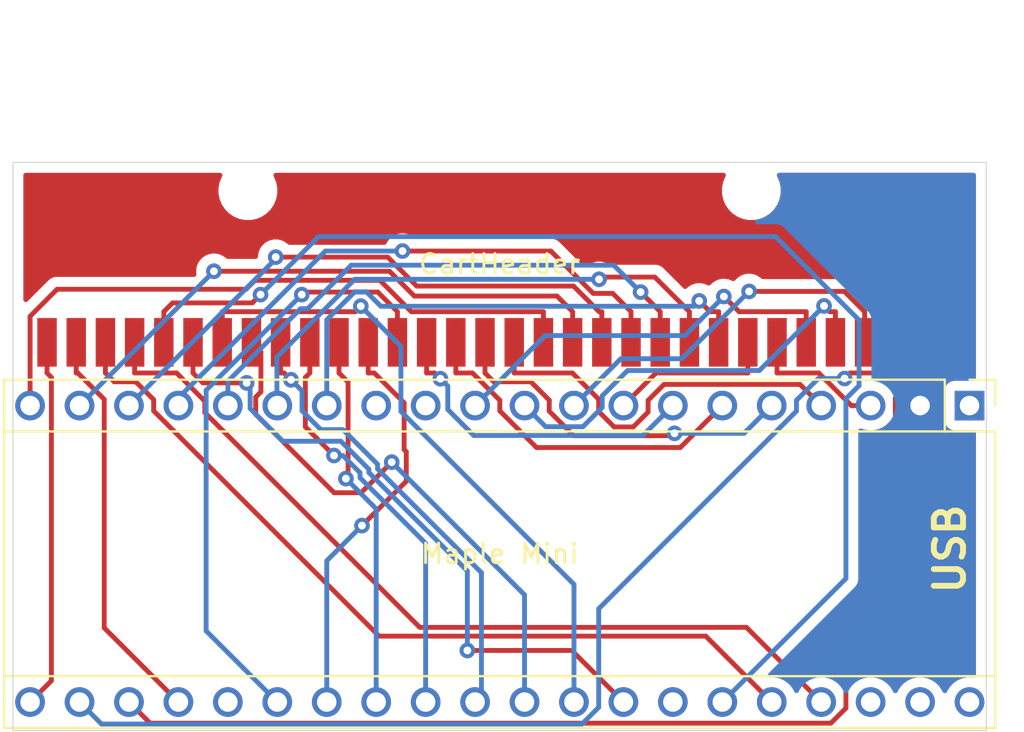
<source format=kicad_pcb>
(kicad_pcb (version 20171130) (host pcbnew "(5.1.2)-2")

  (general
    (thickness 1.6)
    (drawings 5)
    (tracks 272)
    (zones 0)
    (modules 2)
    (nets 41)
  )

  (page A4)
  (layers
    (0 F.Cu signal)
    (31 B.Cu signal)
    (32 B.Adhes user)
    (33 F.Adhes user)
    (34 B.Paste user)
    (35 F.Paste user)
    (36 B.SilkS user)
    (37 F.SilkS user)
    (38 B.Mask user)
    (39 F.Mask user)
    (40 Dwgs.User user)
    (41 Cmts.User user)
    (42 Eco1.User user)
    (43 Eco2.User user)
    (44 Edge.Cuts user)
    (45 Margin user)
    (46 B.CrtYd user)
    (47 F.CrtYd user)
    (48 B.Fab user)
    (49 F.Fab user)
  )

  (setup
    (last_trace_width 0.25)
    (trace_clearance 0.2)
    (zone_clearance 0.508)
    (zone_45_only no)
    (trace_min 0.2)
    (via_size 0.8)
    (via_drill 0.4)
    (via_min_size 0.4)
    (via_min_drill 0.3)
    (uvia_size 0.3)
    (uvia_drill 0.1)
    (uvias_allowed no)
    (uvia_min_size 0.2)
    (uvia_min_drill 0.1)
    (edge_width 0.05)
    (segment_width 0.2)
    (pcb_text_width 0.3)
    (pcb_text_size 1.5 1.5)
    (mod_edge_width 0.12)
    (mod_text_size 1 1)
    (mod_text_width 0.15)
    (pad_size 1.524 1.524)
    (pad_drill 0.762)
    (pad_to_mask_clearance 0.051)
    (solder_mask_min_width 0.25)
    (aux_axis_origin 0 0)
    (visible_elements 7FFFEFFF)
    (pcbplotparams
      (layerselection 0x010fc_ffffffff)
      (usegerberextensions false)
      (usegerberattributes false)
      (usegerberadvancedattributes false)
      (creategerberjobfile false)
      (excludeedgelayer true)
      (linewidth 0.100000)
      (plotframeref false)
      (viasonmask false)
      (mode 1)
      (useauxorigin false)
      (hpglpennumber 1)
      (hpglpenspeed 20)
      (hpglpendiameter 15.000000)
      (psnegative false)
      (psa4output false)
      (plotreference true)
      (plotvalue true)
      (plotinvisibletext false)
      (padsonsilk false)
      (subtractmaskfromsilk false)
      (outputformat 1)
      (mirror false)
      (drillshape 0)
      (scaleselection 1)
      (outputdirectory "Mini Gerbers/"))
  )

  (net 0 "")
  (net 1 "Net-(A1-Pad1)")
  (net 2 GND)
  (net 3 D32-boot0)
  (net 4 M15)
  (net 5 M16)
  (net 6 M17)
  (net 7 M18)
  (net 8 M19)
  (net 9 M20)
  (net 10 M21)
  (net 11 M22)
  (net 12 "Net-(A1-Pad12)")
  (net 13 "Net-(A1-Pad13)")
  (net 14 M25)
  (net 15 M26)
  (net 16 M27)
  (net 17 M28)
  (net 18 M29)
  (net 19 M30)
  (net 20 M31)
  (net 21 VIN)
  (net 22 M0)
  (net 23 M1)
  (net 24 D2-boot1)
  (net 25 "Net-(A1-Pad25)")
  (net 26 M4)
  (net 27 M5)
  (net 28 M6)
  (net 29 M7)
  (net 30 M8)
  (net 31 M9)
  (net 32 M10)
  (net 33 M11)
  (net 34 "Net-(A1-Pad34)")
  (net 35 M12)
  (net 36 M13)
  (net 37 M14)
  (net 38 "Net-(A1-Pad38)")
  (net 39 "Net-(A1-Pad39)")
  (net 40 "Net-(A1-Pad40)")

  (net_class Default "This is the default net class."
    (clearance 0.2)
    (trace_width 0.25)
    (via_dia 0.8)
    (via_drill 0.4)
    (uvia_dia 0.3)
    (uvia_drill 0.1)
    (add_net D2-boot1)
    (add_net D32-boot0)
    (add_net GND)
    (add_net M0)
    (add_net M1)
    (add_net M10)
    (add_net M11)
    (add_net M12)
    (add_net M13)
    (add_net M14)
    (add_net M15)
    (add_net M16)
    (add_net M17)
    (add_net M18)
    (add_net M19)
    (add_net M20)
    (add_net M21)
    (add_net M22)
    (add_net M25)
    (add_net M26)
    (add_net M27)
    (add_net M28)
    (add_net M29)
    (add_net M30)
    (add_net M31)
    (add_net M4)
    (add_net M5)
    (add_net M6)
    (add_net M7)
    (add_net M8)
    (add_net M9)
    (add_net "Net-(A1-Pad1)")
    (add_net "Net-(A1-Pad12)")
    (add_net "Net-(A1-Pad13)")
    (add_net "Net-(A1-Pad25)")
    (add_net "Net-(A1-Pad34)")
    (add_net "Net-(A1-Pad38)")
    (add_net "Net-(A1-Pad39)")
    (add_net "Net-(A1-Pad40)")
    (add_net VIN)
  )

  (module Module:Maple_Mini (layer F.Cu) (tedit 5E4423F9) (tstamp 5E29C818)
    (at 190.017 78.888 270)
    (descr "Maple Mini, http://docs.leaflabs.com/static.leaflabs.com/pub/leaflabs/maple-docs/0.0.12/hardware/maple-mini.html")
    (tags "Maple Mini")
    (path /5E2FBB54)
    (fp_text reference "Maple Mini" (at 7.61798 24.13 180) (layer F.SilkS)
      (effects (font (size 1 1) (thickness 0.15)))
    )
    (fp_text value Maple_Mini (at 7.62 26.035 270) (layer F.Fab)
      (effects (font (size 1 1) (thickness 0.15)))
    )
    (fp_line (start 1.33 -1.33) (end 16.57 -1.33) (layer F.SilkS) (width 0.12))
    (fp_line (start 16.57 49.59) (end -1.33 49.59) (layer F.SilkS) (width 0.12))
    (fp_line (start 3.81 6.604) (end 3.81 -2.54) (layer F.Fab) (width 0.1))
    (fp_line (start 3.81 -2.54) (end 11.43 -2.54) (layer F.Fab) (width 0.1))
    (fp_line (start 11.43 -2.54) (end 11.43 6.604) (layer F.Fab) (width 0.1))
    (fp_line (start -0.635 -1.27) (end 16.51 -1.27) (layer F.Fab) (width 0.1))
    (fp_line (start 16.51 -1.27) (end 16.51 49.53) (layer F.Fab) (width 0.1))
    (fp_line (start 16.51 49.53) (end -1.27 49.53) (layer F.Fab) (width 0.1))
    (fp_line (start -1.27 49.53) (end -1.27 -0.635) (layer F.Fab) (width 0.1))
    (fp_line (start 16.57 -1.33) (end 16.57 49.59) (layer F.SilkS) (width 0.12))
    (fp_line (start -1.33 49.59) (end -1.33 1.27) (layer F.SilkS) (width 0.12))
    (fp_line (start 1.33 -1.33) (end 1.33 49.59) (layer F.SilkS) (width 0.12))
    (fp_line (start 13.91 49.59) (end 13.91 -1.33) (layer F.SilkS) (width 0.12))
    (fp_line (start -1.33 1.27) (end 1.33 1.27) (layer F.SilkS) (width 0.12))
    (fp_line (start -1.52 49.78) (end -1.52 -2.79) (layer F.CrtYd) (width 0.05))
    (fp_line (start -1.52 -2.79) (end 16.76 -2.79) (layer F.CrtYd) (width 0.05))
    (fp_line (start 16.76 -2.79) (end 16.76 49.78) (layer F.CrtYd) (width 0.05))
    (fp_line (start 16.76 49.78) (end -1.52 49.78) (layer F.CrtYd) (width 0.05))
    (fp_line (start 0 -1.33) (end -1.33 -1.33) (layer F.SilkS) (width 0.12))
    (fp_line (start -1.33 -1.33) (end -1.33 0) (layer F.SilkS) (width 0.12))
    (fp_line (start 1.27 -1.27) (end 1.27 49.53) (layer F.Fab) (width 0.1))
    (fp_line (start -1.27 -0.635) (end -0.635 -1.27) (layer F.Fab) (width 0.1))
    (fp_line (start 13.97 -1.27) (end 13.97 49.53) (layer F.Fab) (width 0.1))
    (fp_text user %R (at 7.62 24.13 270) (layer F.Fab)
      (effects (font (size 1 1) (thickness 0.15)))
    )
    (fp_line (start 3.81 6.604) (end 11.43 6.604) (layer F.Fab) (width 0.1))
    (pad 1 thru_hole rect (at 0 0 270) (size 1.524 1.524) (drill 1) (layers *.Cu *.Mask)
      (net 1 "Net-(A1-Pad1)"))
    (pad 2 thru_hole circle (at 0 2.54 270) (size 1.524 1.524) (drill 1) (layers *.Cu *.Mask)
      (net 2 GND))
    (pad 3 thru_hole circle (at 0 5.08 270) (size 1.524 1.524) (drill 1) (layers *.Cu *.Mask)
      (net 3 D32-boot0))
    (pad 4 thru_hole circle (at 0 7.62 270) (size 1.524 1.524) (drill 1) (layers *.Cu *.Mask)
      (net 4 M15))
    (pad 5 thru_hole circle (at 0 10.16 270) (size 1.524 1.524) (drill 1) (layers *.Cu *.Mask)
      (net 5 M16))
    (pad 6 thru_hole circle (at 0 12.7 270) (size 1.524 1.524) (drill 1) (layers *.Cu *.Mask)
      (net 6 M17))
    (pad 7 thru_hole circle (at 0 15.24 270) (size 1.524 1.524) (drill 1) (layers *.Cu *.Mask)
      (net 7 M18))
    (pad 8 thru_hole circle (at 0 17.78 270) (size 1.524 1.524) (drill 1) (layers *.Cu *.Mask)
      (net 8 M19))
    (pad 9 thru_hole circle (at 0 20.32 270) (size 1.524 1.524) (drill 1) (layers *.Cu *.Mask)
      (net 9 M20))
    (pad 10 thru_hole circle (at 0 22.86 270) (size 1.524 1.524) (drill 1) (layers *.Cu *.Mask)
      (net 10 M21))
    (pad 11 thru_hole circle (at 0 25.4 270) (size 1.524 1.524) (drill 1) (layers *.Cu *.Mask)
      (net 11 M22))
    (pad 12 thru_hole circle (at 0 27.94 270) (size 1.524 1.524) (drill 1) (layers *.Cu *.Mask)
      (net 12 "Net-(A1-Pad12)"))
    (pad 13 thru_hole circle (at 0 30.48 270) (size 1.524 1.524) (drill 1) (layers *.Cu *.Mask)
      (net 13 "Net-(A1-Pad13)"))
    (pad 14 thru_hole circle (at 0 33.02 270) (size 1.524 1.524) (drill 1) (layers *.Cu *.Mask)
      (net 14 M25))
    (pad 15 thru_hole circle (at 0 35.56 270) (size 1.524 1.524) (drill 1) (layers *.Cu *.Mask)
      (net 15 M26))
    (pad 16 thru_hole circle (at 0 38.1 270) (size 1.524 1.524) (drill 1) (layers *.Cu *.Mask)
      (net 16 M27))
    (pad 17 thru_hole circle (at 0 40.64 270) (size 1.524 1.524) (drill 1) (layers *.Cu *.Mask)
      (net 17 M28))
    (pad 18 thru_hole circle (at 0 43.18 270) (size 1.524 1.524) (drill 1) (layers *.Cu *.Mask)
      (net 18 M29))
    (pad 19 thru_hole circle (at 0 45.72 270) (size 1.524 1.524) (drill 1) (layers *.Cu *.Mask)
      (net 19 M30))
    (pad 20 thru_hole circle (at 0 48.26 270) (size 1.524 1.524) (drill 1) (layers *.Cu *.Mask)
      (net 20 M31))
    (pad 21 thru_hole circle (at 15.24 48.26 270) (size 1.524 1.524) (drill 1) (layers *.Cu *.Mask)
      (net 21 VIN))
    (pad 22 thru_hole circle (at 15.24 45.72 270) (size 1.524 1.524) (drill 1) (layers *.Cu *.Mask)
      (net 22 M0))
    (pad 23 thru_hole circle (at 15.24 43.18 270) (size 1.524 1.524) (drill 1) (layers *.Cu *.Mask)
      (net 23 M1))
    (pad 24 thru_hole circle (at 15.24 40.64 270) (size 1.524 1.524) (drill 1) (layers *.Cu *.Mask)
      (net 24 D2-boot1))
    (pad 25 thru_hole circle (at 15.24 38.1 270) (size 1.524 1.524) (drill 1) (layers *.Cu *.Mask)
      (net 25 "Net-(A1-Pad25)"))
    (pad 26 thru_hole circle (at 15.24 35.56 270) (size 1.524 1.524) (drill 1) (layers *.Cu *.Mask)
      (net 26 M4))
    (pad 27 thru_hole circle (at 15.24 33.02 270) (size 1.524 1.524) (drill 1) (layers *.Cu *.Mask)
      (net 27 M5))
    (pad 28 thru_hole circle (at 15.24 30.48 270) (size 1.524 1.524) (drill 1) (layers *.Cu *.Mask)
      (net 28 M6))
    (pad 29 thru_hole circle (at 15.24 27.94 270) (size 1.524 1.524) (drill 1) (layers *.Cu *.Mask)
      (net 29 M7))
    (pad 30 thru_hole circle (at 15.24 25.4 270) (size 1.524 1.524) (drill 1) (layers *.Cu *.Mask)
      (net 30 M8))
    (pad 31 thru_hole circle (at 15.24 22.86 270) (size 1.524 1.524) (drill 1) (layers *.Cu *.Mask)
      (net 31 M9))
    (pad 32 thru_hole circle (at 15.24 20.32 270) (size 1.524 1.524) (drill 1) (layers *.Cu *.Mask)
      (net 32 M10))
    (pad 33 thru_hole circle (at 15.24 17.78 270) (size 1.524 1.524) (drill 1) (layers *.Cu *.Mask)
      (net 33 M11))
    (pad 34 thru_hole circle (at 15.24 15.24 270) (size 1.524 1.524) (drill 1) (layers *.Cu *.Mask)
      (net 34 "Net-(A1-Pad34)"))
    (pad 35 thru_hole circle (at 15.24 12.7 270) (size 1.524 1.524) (drill 1) (layers *.Cu *.Mask)
      (net 35 M12))
    (pad 36 thru_hole circle (at 15.24 10.16 270) (size 1.524 1.524) (drill 1) (layers *.Cu *.Mask)
      (net 36 M13))
    (pad 37 thru_hole circle (at 15.24 7.62 270) (size 1.524 1.524) (drill 1) (layers *.Cu *.Mask)
      (net 37 M14))
    (pad 38 thru_hole circle (at 15.24 5.08 270) (size 1.524 1.524) (drill 1) (layers *.Cu *.Mask)
      (net 38 "Net-(A1-Pad38)"))
    (pad 39 thru_hole circle (at 15.24 2.54 270) (size 1.524 1.524) (drill 1) (layers *.Cu *.Mask)
      (net 39 "Net-(A1-Pad39)"))
    (pad 40 thru_hole circle (at 15.24 0 270) (size 1.524 1.524) (drill 1) (layers *.Cu *.Mask)
      (net 40 "Net-(A1-Pad40)"))
    (model ${KISYS3DMOD}/Module.3dshapes/Maple_Mini.wrl
      (at (xyz 0 0 0))
      (scale (xyz 1 1 1))
      (rotate (xyz 0 0 0))
    )
  )

  (module Custom:DSL_Cartridge_Reader_Micro (layer F.Cu) (tedit 5E2F1194) (tstamp 5E29C895)
    (at 165.878 69.8876)
    (descr "GBA DS Lite slots commonly found on aliexpress")
    (tags "gameboy cartridge slot")
    (path /5E0FEE35)
    (attr smd)
    (fp_text reference CartHeader (at 0 1.7272 180) (layer F.SilkS)
      (effects (font (size 1 1) (thickness 0.15)))
    )
    (fp_text value CartBus (at 0 -11) (layer F.Fab)
      (effects (font (size 1 1) (thickness 0.15)))
    )
    (fp_text user %R (at 0 -1) (layer F.Fab)
      (effects (font (size 2 2) (thickness 0.2)))
    )
    (pad "" np_thru_hole circle (at -12.93204 -2.04724) (size 2 2) (drill 2) (layers *.Cu *.Mask))
    (pad "" np_thru_hole circle (at 12.93204 -2.04724) (size 2 2) (drill 2) (layers *.Cu *.Mask))
    (pad 1 smd rect (at -23.25 5.75) (size 1 2.5) (layers F.Cu F.Paste F.Mask)
      (net 21 VIN))
    (pad 15 smd rect (at -2.25 5.75) (size 1 2.5) (layers F.Cu F.Paste F.Mask)
      (net 6 M17))
    (pad 2 smd rect (at -21.75 5.75) (size 1 2.5) (layers F.Cu F.Paste F.Mask)
      (net 24 D2-boot1))
    (pad 3 smd rect (at -20.25 5.75) (size 1 2.5) (layers F.Cu F.Paste F.Mask)
      (net 36 M13))
    (pad 4 smd rect (at -18.75 5.75) (size 1 2.5) (layers F.Cu F.Paste F.Mask)
      (net 37 M14))
    (pad 5 smd rect (at -17.25 5.75) (size 1 2.5) (layers F.Cu F.Paste F.Mask)
      (net 35 M12))
    (pad 6 smd rect (at -15.75 5.75) (size 1 2.5) (layers F.Cu F.Paste F.Mask)
      (net 33 M11))
    (pad 7 smd rect (at -14.25 5.75) (size 1 2.5) (layers F.Cu F.Paste F.Mask)
      (net 32 M10))
    (pad 8 smd rect (at -12.75 5.75) (size 1 2.5) (layers F.Cu F.Paste F.Mask)
      (net 31 M9))
    (pad 9 smd rect (at -11.25 5.75) (size 1 2.5) (layers F.Cu F.Paste F.Mask)
      (net 30 M8))
    (pad 10 smd rect (at -9.75 5.75) (size 1 2.5) (layers F.Cu F.Paste F.Mask)
      (net 29 M7))
    (pad 11 smd rect (at -8.25 5.75) (size 1 2.5) (layers F.Cu F.Paste F.Mask)
      (net 28 M6))
    (pad 12 smd rect (at -6.75 5.75) (size 1 2.5) (layers F.Cu F.Paste F.Mask)
      (net 27 M5))
    (pad 13 smd rect (at -5.25 5.75) (size 1 2.5) (layers F.Cu F.Paste F.Mask)
      (net 26 M4))
    (pad 14 smd rect (at -3.75 5.75) (size 1 2.5) (layers F.Cu F.Paste F.Mask)
      (net 7 M18))
    (pad 16 smd rect (at -0.75 5.75) (size 1 2.5) (layers F.Cu F.Paste F.Mask)
      (net 5 M16))
    (pad 17 smd rect (at 0.75 5.75) (size 1 2.5) (layers F.Cu F.Paste F.Mask)
      (net 4 M15))
    (pad 18 smd rect (at 2.25 5.75) (size 1 2.5) (layers F.Cu F.Paste F.Mask)
      (net 20 M31))
    (pad 19 smd rect (at 3.75 5.75) (size 1 2.5) (layers F.Cu F.Paste F.Mask)
      (net 19 M30))
    (pad 20 smd rect (at 5.25 5.75) (size 1 2.5) (layers F.Cu F.Paste F.Mask)
      (net 18 M29))
    (pad 21 smd rect (at 6.75 5.75) (size 1 2.5) (layers F.Cu F.Paste F.Mask)
      (net 17 M28))
    (pad 22 smd rect (at 8.25 5.75) (size 1 2.5) (layers F.Cu F.Paste F.Mask)
      (net 16 M27))
    (pad 23 smd rect (at 9.75 5.75) (size 1 2.5) (layers F.Cu F.Paste F.Mask)
      (net 15 M26))
    (pad 24 smd rect (at 11.25 5.75) (size 1 2.5) (layers F.Cu F.Paste F.Mask)
      (net 14 M25))
    (pad 25 smd rect (at 12.75 5.75) (size 1 2.5) (layers F.Cu F.Paste F.Mask)
      (net 8 M19))
    (pad 26 smd rect (at 14.25 5.75) (size 1 2.5) (layers F.Cu F.Paste F.Mask)
      (net 3 D32-boot0))
    (pad 27 smd rect (at 15.75 5.75) (size 1 2.5) (layers F.Cu F.Paste F.Mask)
      (net 11 M22))
    (pad 28 smd rect (at 17.25 5.75) (size 1 2.5) (layers F.Cu F.Paste F.Mask)
      (net 10 M21))
    (pad 29 smd rect (at 18.75 5.75) (size 1 2.5) (layers F.Cu F.Paste F.Mask)
      (net 9 M20))
    (pad 30 smd rect (at 20.25 5.75) (size 1 2.5) (layers F.Cu F.Paste F.Mask)
      (net 22 M0))
    (pad 31 smd rect (at 21.75 5.75) (size 1 2.5) (layers F.Cu F.Paste F.Mask)
      (net 23 M1))
    (pad 32 smd rect (at 23.25 5.75) (size 1 2.5) (layers F.Cu F.Paste F.Mask)
      (net 2 GND))
  )

  (gr_text USB (at 189.00394 86.2584 90) (layer F.SilkS)
    (effects (font (size 1.5 1.5) (thickness 0.3)))
  )
  (gr_line (start 140.87846 66.3876) (end 190.87846 66.3876) (layer Edge.Cuts) (width 0.05) (tstamp 5E29CAD6))
  (gr_line (start 140.87846 66.3876) (end 140.87846 95.5876) (layer Edge.Cuts) (width 0.05) (tstamp 5E29CAD1))
  (gr_line (start 140.87846 95.5876) (end 190.87846 95.5876) (layer Edge.Cuts) (width 0.05) (tstamp 5E29CACE))
  (gr_line (start 190.87846 66.3876) (end 190.87846 95.5876) (layer Edge.Cuts) (width 0.05))

  (segment (start 189.128 75.6376) (end 189.128 77.237) (width 0.25) (layer F.Cu) (net 2))
  (segment (start 189.128 77.237) (end 187.477 78.888) (width 0.25) (layer F.Cu) (net 2))
  (segment (start 180.128 75.6376) (end 180.128 77.2129) (width 0.25) (layer F.Cu) (net 3))
  (segment (start 180.128 77.2129) (end 182.2733 77.2129) (width 0.25) (layer F.Cu) (net 3))
  (segment (start 182.2733 77.2129) (end 183.9484 78.888) (width 0.25) (layer F.Cu) (net 3))
  (segment (start 183.9484 78.888) (end 184.937 78.888) (width 0.25) (layer F.Cu) (net 3))
  (segment (start 166.628 75.6376) (end 166.628 77.2129) (width 0.25) (layer F.Cu) (net 4))
  (segment (start 166.628 77.2129) (end 169.6151 77.2129) (width 0.25) (layer F.Cu) (net 4))
  (segment (start 169.6151 77.2129) (end 170.967 78.5648) (width 0.25) (layer F.Cu) (net 4))
  (segment (start 170.967 78.5648) (end 170.967 79.1931) (width 0.25) (layer F.Cu) (net 4))
  (segment (start 170.967 79.1931) (end 171.7603 79.9864) (width 0.25) (layer F.Cu) (net 4))
  (segment (start 171.7603 79.9864) (end 172.7389 79.9864) (width 0.25) (layer F.Cu) (net 4))
  (segment (start 172.7389 79.9864) (end 173.507 79.2183) (width 0.25) (layer F.Cu) (net 4))
  (segment (start 173.507 79.2183) (end 173.507 78.6162) (width 0.25) (layer F.Cu) (net 4))
  (segment (start 173.507 78.6162) (end 174.3229 77.8003) (width 0.25) (layer F.Cu) (net 4))
  (segment (start 174.3229 77.8003) (end 181.3093 77.8003) (width 0.25) (layer F.Cu) (net 4))
  (segment (start 181.3093 77.8003) (end 182.397 78.888) (width 0.25) (layer F.Cu) (net 4))
  (segment (start 165.128 77.2129) (end 165.5784 77.6633) (width 0.25) (layer F.Cu) (net 5))
  (segment (start 165.5784 77.6633) (end 167.4792 77.6633) (width 0.25) (layer F.Cu) (net 5))
  (segment (start 167.4792 77.6633) (end 168.427 78.6111) (width 0.25) (layer F.Cu) (net 5))
  (segment (start 168.427 78.6111) (end 168.427 79.1768) (width 0.25) (layer F.Cu) (net 5))
  (segment (start 168.427 79.1768) (end 169.687 80.4368) (width 0.25) (layer F.Cu) (net 5))
  (segment (start 169.687 80.4368) (end 174.7392 80.4368) (width 0.25) (layer F.Cu) (net 5))
  (segment (start 174.7392 80.4368) (end 174.8607 80.3153) (width 0.25) (layer F.Cu) (net 5))
  (segment (start 179.857 78.888) (end 178.4297 80.3153) (width 0.25) (layer B.Cu) (net 5))
  (segment (start 178.4297 80.3153) (end 174.8607 80.3153) (width 0.25) (layer B.Cu) (net 5))
  (segment (start 165.128 75.6376) (end 165.128 77.2129) (width 0.25) (layer F.Cu) (net 5))
  (via (at 174.8607 80.3153) (size 0.8) (layers F.Cu B.Cu) (net 5))
  (segment (start 177.317 78.888) (end 175.1597 81.0453) (width 0.25) (layer F.Cu) (net 6))
  (segment (start 175.1597 81.0453) (end 167.7725 81.0453) (width 0.25) (layer F.Cu) (net 6))
  (segment (start 167.7725 81.0453) (end 165.887 79.1598) (width 0.25) (layer F.Cu) (net 6))
  (segment (start 165.887 79.1598) (end 165.887 78.6151) (width 0.25) (layer F.Cu) (net 6))
  (segment (start 165.887 78.6151) (end 164.4848 77.2129) (width 0.25) (layer F.Cu) (net 6))
  (segment (start 164.4848 77.2129) (end 163.628 77.2129) (width 0.25) (layer F.Cu) (net 6))
  (segment (start 163.628 75.6376) (end 163.628 77.2129) (width 0.25) (layer F.Cu) (net 6))
  (segment (start 162.128 77.2129) (end 162.5396 77.2129) (width 0.25) (layer F.Cu) (net 7))
  (segment (start 162.5396 77.2129) (end 162.8348 77.5081) (width 0.25) (layer F.Cu) (net 7))
  (segment (start 174.777 78.888) (end 173.2391 80.4259) (width 0.25) (layer B.Cu) (net 7))
  (segment (start 173.2391 80.4259) (end 164.5498 80.4259) (width 0.25) (layer B.Cu) (net 7))
  (segment (start 164.5498 80.4259) (end 163.2144 79.0905) (width 0.25) (layer B.Cu) (net 7))
  (segment (start 163.2144 79.0905) (end 163.2144 77.8877) (width 0.25) (layer B.Cu) (net 7))
  (segment (start 163.2144 77.8877) (end 162.8348 77.5081) (width 0.25) (layer B.Cu) (net 7))
  (segment (start 162.128 75.6376) (end 162.128 77.2129) (width 0.25) (layer F.Cu) (net 7))
  (via (at 162.8348 77.5081) (size 0.8) (layers F.Cu B.Cu) (net 7))
  (segment (start 178.628 75.6376) (end 178.628 77.2129) (width 0.25) (layer F.Cu) (net 8))
  (segment (start 178.628 77.2129) (end 173.9121 77.2129) (width 0.25) (layer F.Cu) (net 8))
  (segment (start 173.9121 77.2129) (end 172.237 78.888) (width 0.25) (layer F.Cu) (net 8))
  (segment (start 184.628 75.6376) (end 184.628 74.0623) (width 0.25) (layer F.Cu) (net 9))
  (segment (start 184.628 74.0623) (end 183.5858 73.0201) (width 0.25) (layer F.Cu) (net 9))
  (segment (start 183.5858 73.0201) (end 178.6923 73.0201) (width 0.25) (layer F.Cu) (net 9))
  (segment (start 169.697 78.888) (end 172.1053 76.4797) (width 0.25) (layer B.Cu) (net 9))
  (segment (start 172.1053 76.4797) (end 175.2327 76.4797) (width 0.25) (layer B.Cu) (net 9))
  (segment (start 175.2327 76.4797) (end 178.6923 73.0201) (width 0.25) (layer B.Cu) (net 9))
  (via (at 178.6923 73.0201) (size 0.8) (layers F.Cu B.Cu) (net 9))
  (segment (start 183.128 75.6376) (end 183.128 74.0623) (width 0.25) (layer F.Cu) (net 10))
  (segment (start 183.128 74.0623) (end 182.8408 74.0623) (width 0.25) (layer F.Cu) (net 10))
  (segment (start 182.8408 74.0623) (end 182.5433 73.7648) (width 0.25) (layer F.Cu) (net 10))
  (segment (start 167.157 78.888) (end 168.2444 79.9754) (width 0.25) (layer B.Cu) (net 10))
  (segment (start 168.2444 79.9754) (end 170.1569 79.9754) (width 0.25) (layer B.Cu) (net 10))
  (segment (start 170.1569 79.9754) (end 171.1496 78.9827) (width 0.25) (layer B.Cu) (net 10))
  (segment (start 171.1496 78.9827) (end 171.1496 78.3869) (width 0.25) (layer B.Cu) (net 10))
  (segment (start 171.1496 78.3869) (end 172.4497 77.0868) (width 0.25) (layer B.Cu) (net 10))
  (segment (start 172.4497 77.0868) (end 179.2213 77.0868) (width 0.25) (layer B.Cu) (net 10))
  (segment (start 179.2213 77.0868) (end 182.5433 73.7648) (width 0.25) (layer B.Cu) (net 10))
  (via (at 182.5433 73.7648) (size 0.8) (layers F.Cu B.Cu) (net 10))
  (segment (start 181.628 74.0623) (end 178.1782 74.0623) (width 0.25) (layer F.Cu) (net 11))
  (segment (start 178.1782 74.0623) (end 177.3977 73.2818) (width 0.25) (layer F.Cu) (net 11))
  (segment (start 164.617 78.888) (end 168.2146 75.2904) (width 0.25) (layer B.Cu) (net 11))
  (segment (start 168.2146 75.2904) (end 175.3891 75.2904) (width 0.25) (layer B.Cu) (net 11))
  (segment (start 175.3891 75.2904) (end 177.3977 73.2818) (width 0.25) (layer B.Cu) (net 11))
  (segment (start 181.628 75.6376) (end 181.628 74.0623) (width 0.25) (layer F.Cu) (net 11))
  (via (at 177.3977 73.2818) (size 0.8) (layers F.Cu B.Cu) (net 11))
  (segment (start 177.128 74.0623) (end 176.6856 74.0623) (width 0.25) (layer F.Cu) (net 14))
  (segment (start 176.6856 74.0623) (end 176.1306 73.5073) (width 0.25) (layer F.Cu) (net 14))
  (segment (start 156.997 78.888) (end 156.997 74.4809) (width 0.25) (layer B.Cu) (net 14))
  (segment (start 156.997 74.4809) (end 158.4356 73.0423) (width 0.25) (layer B.Cu) (net 14))
  (segment (start 158.4356 73.0423) (end 159.036 73.0423) (width 0.25) (layer B.Cu) (net 14))
  (segment (start 159.036 73.0423) (end 159.7763 73.7826) (width 0.25) (layer B.Cu) (net 14))
  (segment (start 159.7763 73.7826) (end 175.8553 73.7826) (width 0.25) (layer B.Cu) (net 14))
  (segment (start 175.8553 73.7826) (end 176.1306 73.5073) (width 0.25) (layer B.Cu) (net 14))
  (segment (start 177.128 75.6376) (end 177.128 74.0623) (width 0.25) (layer F.Cu) (net 14))
  (via (at 176.1306 73.5073) (size 0.8) (layers F.Cu B.Cu) (net 14))
  (segment (start 175.628 75.6376) (end 175.628 74.0623) (width 0.25) (layer F.Cu) (net 15))
  (segment (start 170.9863 72.3967) (end 158.4349 72.3967) (width 0.25) (layer B.Cu) (net 15))
  (segment (start 158.4349 72.3967) (end 154.4358 76.3958) (width 0.25) (layer B.Cu) (net 15))
  (segment (start 154.4358 76.3958) (end 154.4358 78.8668) (width 0.25) (layer B.Cu) (net 15))
  (segment (start 154.4358 78.8668) (end 154.457 78.888) (width 0.25) (layer B.Cu) (net 15))
  (segment (start 175.628 74.0623) (end 173.8479 72.2822) (width 0.25) (layer F.Cu) (net 15))
  (segment (start 173.8479 72.2822) (end 171.1008 72.2822) (width 0.25) (layer F.Cu) (net 15))
  (segment (start 171.1008 72.2822) (end 170.9863 72.3967) (width 0.25) (layer F.Cu) (net 15))
  (via (at 170.9863 72.3967) (size 0.8) (layers F.Cu B.Cu) (net 15))
  (segment (start 174.128 74.0623) (end 173.1208 73.0551) (width 0.25) (layer F.Cu) (net 16))
  (segment (start 151.917 78.888) (end 151.917 77.6411) (width 0.25) (layer B.Cu) (net 16))
  (segment (start 151.917 77.6411) (end 155.6482 73.9099) (width 0.25) (layer B.Cu) (net 16))
  (segment (start 155.6482 73.9099) (end 156.0142 73.9099) (width 0.25) (layer B.Cu) (net 16))
  (segment (start 156.0142 73.9099) (end 158.2527 71.6714) (width 0.25) (layer B.Cu) (net 16))
  (segment (start 158.2527 71.6714) (end 171.7371 71.6714) (width 0.25) (layer B.Cu) (net 16))
  (segment (start 171.7371 71.6714) (end 173.1208 73.0551) (width 0.25) (layer B.Cu) (net 16))
  (segment (start 174.128 75.6376) (end 174.128 74.0623) (width 0.25) (layer F.Cu) (net 16))
  (via (at 173.1208 73.0551) (size 0.8) (layers F.Cu B.Cu) (net 16))
  (segment (start 149.377 78.888) (end 149.377 78.4899) (width 0.25) (layer B.Cu) (net 17))
  (segment (start 149.377 78.4899) (end 156.9214 70.9455) (width 0.25) (layer B.Cu) (net 17))
  (segment (start 156.9214 70.9455) (end 160.8896 70.9455) (width 0.25) (layer B.Cu) (net 17))
  (segment (start 160.8896 70.9455) (end 168.5094 70.9455) (width 0.25) (layer F.Cu) (net 17))
  (segment (start 168.5094 70.9455) (end 170.6859 73.122) (width 0.25) (layer F.Cu) (net 17))
  (segment (start 170.6859 73.122) (end 171.6877 73.122) (width 0.25) (layer F.Cu) (net 17))
  (segment (start 171.6877 73.122) (end 172.628 74.0623) (width 0.25) (layer F.Cu) (net 17))
  (segment (start 172.628 75.6376) (end 172.628 74.0623) (width 0.25) (layer F.Cu) (net 17))
  (via (at 160.8896 70.9455) (size 0.8) (layers F.Cu B.Cu) (net 17))
  (segment (start 154.3754 71.2571) (end 160.1313 71.2571) (width 0.25) (layer F.Cu) (net 18))
  (segment (start 160.1313 71.2571) (end 161.6192 72.745) (width 0.25) (layer F.Cu) (net 18))
  (segment (start 161.6192 72.745) (end 169.672 72.745) (width 0.25) (layer F.Cu) (net 18))
  (segment (start 169.672 72.745) (end 170.9893 74.0623) (width 0.25) (layer F.Cu) (net 18))
  (segment (start 170.9893 74.0623) (end 171.128 74.0623) (width 0.25) (layer F.Cu) (net 18))
  (segment (start 146.837 78.888) (end 154.3754 71.3496) (width 0.25) (layer B.Cu) (net 18))
  (segment (start 154.3754 71.3496) (end 154.3754 71.2571) (width 0.25) (layer B.Cu) (net 18))
  (segment (start 171.128 75.6376) (end 171.128 74.0623) (width 0.25) (layer F.Cu) (net 18))
  (via (at 154.3754 71.2571) (size 0.8) (layers F.Cu B.Cu) (net 18))
  (segment (start 169.628 74.0623) (end 168.8244 73.2587) (width 0.25) (layer F.Cu) (net 19))
  (segment (start 168.8244 73.2587) (end 161.496 73.2587) (width 0.25) (layer F.Cu) (net 19))
  (segment (start 161.496 73.2587) (end 160.2199 71.9826) (width 0.25) (layer F.Cu) (net 19))
  (segment (start 160.2199 71.9826) (end 151.2024 71.9826) (width 0.25) (layer F.Cu) (net 19))
  (segment (start 144.297 78.888) (end 151.2024 71.9826) (width 0.25) (layer B.Cu) (net 19))
  (segment (start 169.628 75.6376) (end 169.628 74.0623) (width 0.25) (layer F.Cu) (net 19))
  (via (at 151.2024 71.9826) (size 0.8) (layers F.Cu B.Cu) (net 19))
  (segment (start 168.128 74.0623) (end 161.3444 74.0623) (width 0.25) (layer F.Cu) (net 20))
  (segment (start 161.3444 74.0623) (end 159.7308 72.4487) (width 0.25) (layer F.Cu) (net 20))
  (segment (start 159.7308 72.4487) (end 153.3071 72.4487) (width 0.25) (layer F.Cu) (net 20))
  (segment (start 153.3071 72.4487) (end 152.8483 72.9075) (width 0.25) (layer F.Cu) (net 20))
  (segment (start 152.8483 72.9075) (end 152.8483 72.9076) (width 0.25) (layer F.Cu) (net 20))
  (segment (start 152.8483 72.9076) (end 143.1457 72.9076) (width 0.25) (layer F.Cu) (net 20))
  (segment (start 143.1457 72.9076) (end 141.757 74.2963) (width 0.25) (layer F.Cu) (net 20))
  (segment (start 141.757 74.2963) (end 141.757 78.888) (width 0.25) (layer F.Cu) (net 20))
  (segment (start 168.128 75.6376) (end 168.128 74.0623) (width 0.25) (layer F.Cu) (net 20))
  (segment (start 142.628 75.6376) (end 142.628 77.2129) (width 0.25) (layer F.Cu) (net 21))
  (segment (start 142.628 77.2129) (end 142.8524 77.4373) (width 0.25) (layer F.Cu) (net 21))
  (segment (start 142.8524 77.4373) (end 142.8524 93.0326) (width 0.25) (layer F.Cu) (net 21))
  (segment (start 142.8524 93.0326) (end 141.757 94.128) (width 0.25) (layer F.Cu) (net 21))
  (segment (start 186.128 77.2129) (end 183.884 77.2129) (width 0.25) (layer F.Cu) (net 22))
  (segment (start 183.884 77.2129) (end 183.5982 77.4987) (width 0.25) (layer F.Cu) (net 22))
  (segment (start 183.5982 77.4987) (end 182.246 77.4987) (width 0.25) (layer B.Cu) (net 22))
  (segment (start 182.246 77.4987) (end 181.127 78.6177) (width 0.25) (layer B.Cu) (net 22))
  (segment (start 181.127 78.6177) (end 181.127 79.1729) (width 0.25) (layer B.Cu) (net 22))
  (segment (start 181.127 79.1729) (end 170.967 89.3329) (width 0.25) (layer B.Cu) (net 22))
  (segment (start 170.967 89.3329) (end 170.967 94.3997) (width 0.25) (layer B.Cu) (net 22))
  (segment (start 170.967 94.3997) (end 170.1095 95.2572) (width 0.25) (layer B.Cu) (net 22))
  (segment (start 170.1095 95.2572) (end 145.4262 95.2572) (width 0.25) (layer B.Cu) (net 22))
  (segment (start 145.4262 95.2572) (end 144.297 94.128) (width 0.25) (layer B.Cu) (net 22))
  (segment (start 186.128 75.6376) (end 186.128 77.2129) (width 0.25) (layer F.Cu) (net 22))
  (via (at 183.5982 77.4987) (size 0.8) (layers F.Cu B.Cu) (net 22))
  (segment (start 187.628 75.6376) (end 187.628 77.2129) (width 0.25) (layer F.Cu) (net 23))
  (segment (start 187.628 77.2129) (end 187.499 77.2129) (width 0.25) (layer F.Cu) (net 23))
  (segment (start 187.499 77.2129) (end 186.207 78.5049) (width 0.25) (layer F.Cu) (net 23))
  (segment (start 186.207 78.5049) (end 186.207 87.1667) (width 0.25) (layer F.Cu) (net 23))
  (segment (start 186.207 87.1667) (end 183.667 89.7067) (width 0.25) (layer F.Cu) (net 23))
  (segment (start 183.667 89.7067) (end 183.667 94.4408) (width 0.25) (layer F.Cu) (net 23))
  (segment (start 183.667 94.4408) (end 182.892 95.2158) (width 0.25) (layer F.Cu) (net 23))
  (segment (start 182.892 95.2158) (end 147.9248 95.2158) (width 0.25) (layer F.Cu) (net 23))
  (segment (start 147.9248 95.2158) (end 146.837 94.128) (width 0.25) (layer F.Cu) (net 23))
  (segment (start 144.128 75.6376) (end 144.128 77.2129) (width 0.25) (layer F.Cu) (net 24))
  (segment (start 144.128 77.2129) (end 144.2121 77.2129) (width 0.25) (layer F.Cu) (net 24))
  (segment (start 144.2121 77.2129) (end 145.567 78.5678) (width 0.25) (layer F.Cu) (net 24))
  (segment (start 145.567 78.5678) (end 145.567 90.318) (width 0.25) (layer F.Cu) (net 24))
  (segment (start 145.567 90.318) (end 149.377 94.128) (width 0.25) (layer F.Cu) (net 24))
  (segment (start 155.7137 73.1845) (end 155.8447 73.0535) (width 0.25) (layer F.Cu) (net 26))
  (segment (start 155.8447 73.0535) (end 159.6192 73.0535) (width 0.25) (layer F.Cu) (net 26))
  (segment (start 159.6192 73.0535) (end 160.628 74.0623) (width 0.25) (layer F.Cu) (net 26))
  (segment (start 154.457 94.128) (end 150.8007 90.4717) (width 0.25) (layer B.Cu) (net 26))
  (segment (start 150.8007 90.4717) (end 150.8007 78.0975) (width 0.25) (layer B.Cu) (net 26))
  (segment (start 150.8007 78.0975) (end 155.7137 73.1845) (width 0.25) (layer B.Cu) (net 26))
  (segment (start 160.628 75.6376) (end 160.628 74.0623) (width 0.25) (layer F.Cu) (net 26))
  (via (at 155.7137 73.1845) (size 0.8) (layers F.Cu B.Cu) (net 26))
  (segment (start 158.8073 85.0567) (end 161.0826 82.7814) (width 0.25) (layer F.Cu) (net 27))
  (segment (start 161.0826 82.7814) (end 161.0826 81.2552) (width 0.25) (layer F.Cu) (net 27))
  (segment (start 161.0826 81.2552) (end 160.9729 81.1455) (width 0.25) (layer F.Cu) (net 27))
  (segment (start 160.9729 81.1455) (end 160.9729 78.7483) (width 0.25) (layer F.Cu) (net 27))
  (segment (start 160.9729 78.7483) (end 159.4375 77.2129) (width 0.25) (layer F.Cu) (net 27))
  (segment (start 159.4375 77.2129) (end 159.128 77.2129) (width 0.25) (layer F.Cu) (net 27))
  (segment (start 156.997 94.128) (end 156.997 86.867) (width 0.25) (layer B.Cu) (net 27))
  (segment (start 156.997 86.867) (end 158.8073 85.0567) (width 0.25) (layer B.Cu) (net 27))
  (segment (start 159.128 75.6376) (end 159.128 77.2129) (width 0.25) (layer F.Cu) (net 27))
  (via (at 158.8073 85.0567) (size 0.8) (layers F.Cu B.Cu) (net 27))
  (segment (start 157.628 75.6376) (end 157.628 77.2129) (width 0.25) (layer F.Cu) (net 28))
  (segment (start 157.9824 82.6434) (end 159.537 84.198) (width 0.25) (layer B.Cu) (net 28))
  (segment (start 159.537 84.198) (end 159.537 94.128) (width 0.25) (layer B.Cu) (net 28))
  (segment (start 157.628 77.2129) (end 158.0935 77.6784) (width 0.25) (layer F.Cu) (net 28))
  (segment (start 158.0935 77.6784) (end 158.0935 82.5323) (width 0.25) (layer F.Cu) (net 28))
  (segment (start 158.0935 82.5323) (end 157.9824 82.6434) (width 0.25) (layer F.Cu) (net 28))
  (via (at 157.9824 82.6434) (size 0.8) (layers F.Cu B.Cu) (net 28))
  (segment (start 162.077 94.128) (end 162.077 85.97) (width 0.25) (layer B.Cu) (net 29))
  (segment (start 162.077 85.97) (end 158.7077 82.6007) (width 0.25) (layer B.Cu) (net 29))
  (segment (start 158.7077 82.6007) (end 158.7077 82.3429) (width 0.25) (layer B.Cu) (net 29))
  (segment (start 158.7077 82.3429) (end 157.8209 81.4561) (width 0.25) (layer B.Cu) (net 29))
  (segment (start 157.8209 81.4561) (end 157.3681 81.4561) (width 0.25) (layer B.Cu) (net 29))
  (segment (start 156.128 77.2129) (end 155.8988 77.4421) (width 0.25) (layer F.Cu) (net 29))
  (segment (start 155.8988 77.4421) (end 155.8988 79.9868) (width 0.25) (layer F.Cu) (net 29))
  (segment (start 155.8988 79.9868) (end 157.3681 81.4561) (width 0.25) (layer F.Cu) (net 29))
  (segment (start 156.128 75.6376) (end 156.128 77.2129) (width 0.25) (layer F.Cu) (net 29))
  (via (at 157.3681 81.4561) (size 0.8) (layers F.Cu B.Cu) (net 29))
  (segment (start 164.617 94.128) (end 164.9451 93.7999) (width 0.25) (layer B.Cu) (net 30))
  (segment (start 164.9451 93.7999) (end 164.9451 87.4792) (width 0.25) (layer B.Cu) (net 30))
  (segment (start 164.9451 87.4792) (end 159.6083 82.1424) (width 0.25) (layer B.Cu) (net 30))
  (segment (start 159.6083 82.1424) (end 159.6083 81.9061) (width 0.25) (layer B.Cu) (net 30))
  (segment (start 159.6083 81.9061) (end 157.8277 80.1255) (width 0.25) (layer B.Cu) (net 30))
  (segment (start 157.8277 80.1255) (end 156.6931 80.1255) (width 0.25) (layer B.Cu) (net 30))
  (segment (start 156.6931 80.1255) (end 155.727 79.1594) (width 0.25) (layer B.Cu) (net 30))
  (segment (start 155.727 79.1594) (end 155.727 78.1294) (width 0.25) (layer B.Cu) (net 30))
  (segment (start 155.727 78.1294) (end 155.1612 77.5636) (width 0.25) (layer B.Cu) (net 30))
  (segment (start 154.628 75.6376) (end 154.628 77.2129) (width 0.25) (layer F.Cu) (net 30))
  (segment (start 154.628 77.2129) (end 154.8105 77.2129) (width 0.25) (layer F.Cu) (net 30))
  (segment (start 154.8105 77.2129) (end 155.1612 77.5636) (width 0.25) (layer F.Cu) (net 30))
  (via (at 155.1612 77.5636) (size 0.8) (layers F.Cu B.Cu) (net 30))
  (segment (start 153.128 75.6376) (end 153.6151 76.1247) (width 0.25) (layer F.Cu) (net 31))
  (segment (start 153.6151 76.1247) (end 153.6151 78.1852) (width 0.25) (layer F.Cu) (net 31))
  (segment (start 153.6151 78.1852) (end 153.3475 78.4528) (width 0.25) (layer F.Cu) (net 31))
  (segment (start 153.3475 78.4528) (end 153.3475 79.3421) (width 0.25) (layer F.Cu) (net 31))
  (segment (start 153.3475 79.3421) (end 157.3741 83.3687) (width 0.25) (layer F.Cu) (net 31))
  (segment (start 157.3741 83.3687) (end 158.7637 83.3687) (width 0.25) (layer F.Cu) (net 31))
  (segment (start 158.7637 83.3687) (end 160.336 81.7964) (width 0.25) (layer F.Cu) (net 31))
  (segment (start 167.157 94.128) (end 167.157 88.6174) (width 0.25) (layer B.Cu) (net 31))
  (segment (start 167.157 88.6174) (end 160.336 81.7964) (width 0.25) (layer B.Cu) (net 31))
  (via (at 160.336 81.7964) (size 0.8) (layers F.Cu B.Cu) (net 31))
  (segment (start 169.697 94.128) (end 169.697 88.0772) (width 0.25) (layer B.Cu) (net 32))
  (segment (start 169.697 88.0772) (end 160.807 79.1872) (width 0.25) (layer B.Cu) (net 32))
  (segment (start 160.807 79.1872) (end 160.807 75.8392) (width 0.25) (layer B.Cu) (net 32))
  (segment (start 160.807 75.8392) (end 158.7466 73.7788) (width 0.25) (layer B.Cu) (net 32))
  (segment (start 151.628 74.0623) (end 158.4631 74.0623) (width 0.25) (layer F.Cu) (net 32))
  (segment (start 158.4631 74.0623) (end 158.7466 73.7788) (width 0.25) (layer F.Cu) (net 32))
  (segment (start 151.628 75.6376) (end 151.628 74.0623) (width 0.25) (layer F.Cu) (net 32))
  (via (at 158.7466 73.7788) (size 0.8) (layers F.Cu B.Cu) (net 32))
  (segment (start 164.2198 91.4769) (end 164.2198 87.3908) (width 0.25) (layer B.Cu) (net 33))
  (segment (start 164.2198 87.3908) (end 159.158 82.329) (width 0.25) (layer B.Cu) (net 33))
  (segment (start 159.158 82.329) (end 159.158 82.1563) (width 0.25) (layer B.Cu) (net 33))
  (segment (start 159.158 82.1563) (end 157.723 80.7213) (width 0.25) (layer B.Cu) (net 33))
  (segment (start 157.723 80.7213) (end 154.7476 80.7213) (width 0.25) (layer B.Cu) (net 33))
  (segment (start 154.7476 80.7213) (end 153.0624 79.0361) (width 0.25) (layer B.Cu) (net 33))
  (segment (start 153.0624 79.0361) (end 153.0624 77.9008) (width 0.25) (layer B.Cu) (net 33))
  (segment (start 153.0624 77.9008) (end 152.8836 77.722) (width 0.25) (layer B.Cu) (net 33))
  (segment (start 150.128 77.2129) (end 150.6371 77.722) (width 0.25) (layer F.Cu) (net 33))
  (segment (start 150.6371 77.722) (end 152.8836 77.722) (width 0.25) (layer F.Cu) (net 33))
  (segment (start 150.128 75.6376) (end 150.128 77.2129) (width 0.25) (layer F.Cu) (net 33))
  (segment (start 172.237 94.128) (end 169.5859 91.4769) (width 0.25) (layer F.Cu) (net 33))
  (segment (start 169.5859 91.4769) (end 164.2198 91.4769) (width 0.25) (layer F.Cu) (net 33))
  (via (at 152.8836 77.722) (size 0.8) (layers F.Cu B.Cu) (net 33))
  (via (at 164.2198 91.4769) (size 0.8) (layers F.Cu B.Cu) (net 33))
  (segment (start 148.628 75.6376) (end 148.628 74.0623) (width 0.25) (layer F.Cu) (net 35))
  (segment (start 153.5964 73.1851) (end 156.5792 70.2023) (width 0.25) (layer B.Cu) (net 35))
  (segment (start 156.5792 70.2023) (end 180.0511 70.2023) (width 0.25) (layer B.Cu) (net 35))
  (segment (start 180.0511 70.2023) (end 184.3431 74.4943) (width 0.25) (layer B.Cu) (net 35))
  (segment (start 184.3431 74.4943) (end 184.3431 77.8618) (width 0.25) (layer B.Cu) (net 35))
  (segment (start 184.3431 77.8618) (end 183.667 78.5379) (width 0.25) (layer B.Cu) (net 35))
  (segment (start 183.667 78.5379) (end 183.667 87.778) (width 0.25) (layer B.Cu) (net 35))
  (segment (start 183.667 87.778) (end 177.317 94.128) (width 0.25) (layer B.Cu) (net 35))
  (segment (start 148.628 74.0623) (end 149.0784 73.6119) (width 0.25) (layer F.Cu) (net 35))
  (segment (start 149.0784 73.6119) (end 153.1696 73.6119) (width 0.25) (layer F.Cu) (net 35))
  (segment (start 153.1696 73.6119) (end 153.5964 73.1851) (width 0.25) (layer F.Cu) (net 35))
  (via (at 153.5964 73.1851) (size 0.8) (layers F.Cu B.Cu) (net 35))
  (segment (start 145.628 75.6376) (end 145.628 77.2129) (width 0.25) (layer F.Cu) (net 36))
  (segment (start 145.628 77.2129) (end 146.0784 77.6633) (width 0.25) (layer F.Cu) (net 36))
  (segment (start 146.0784 77.6633) (end 147.1852 77.6633) (width 0.25) (layer F.Cu) (net 36))
  (segment (start 147.1852 77.6633) (end 148.107 78.5851) (width 0.25) (layer F.Cu) (net 36))
  (segment (start 148.107 78.5851) (end 148.107 79.1602) (width 0.25) (layer F.Cu) (net 36))
  (segment (start 148.107 79.1602) (end 159.6875 90.7407) (width 0.25) (layer F.Cu) (net 36))
  (segment (start 159.6875 90.7407) (end 176.4697 90.7407) (width 0.25) (layer F.Cu) (net 36))
  (segment (start 176.4697 90.7407) (end 179.857 94.128) (width 0.25) (layer F.Cu) (net 36))
  (segment (start 182.397 94.128) (end 178.5594 90.2904) (width 0.25) (layer F.Cu) (net 37))
  (segment (start 178.5594 90.2904) (end 161.7743 90.2904) (width 0.25) (layer F.Cu) (net 37))
  (segment (start 161.7743 90.2904) (end 150.7339 79.25) (width 0.25) (layer F.Cu) (net 37))
  (segment (start 150.7339 79.25) (end 150.7339 78.6602) (width 0.25) (layer F.Cu) (net 37))
  (segment (start 150.7339 78.6602) (end 149.2866 77.2129) (width 0.25) (layer F.Cu) (net 37))
  (segment (start 149.2866 77.2129) (end 147.128 77.2129) (width 0.25) (layer F.Cu) (net 37))
  (segment (start 147.128 75.6376) (end 147.128 77.2129) (width 0.25) (layer F.Cu) (net 37))

  (zone (net 2) (net_name GND) (layer F.Cu) (tstamp 5E2F25D8) (hatch edge 0.508)
    (connect_pads yes (clearance 0.508))
    (min_thickness 0.254)
    (fill yes (arc_segments 32) (thermal_gap 0.508) (thermal_bridge_width 0.508))
    (polygon
      (pts
        (xy 140.87602 66.39306) (xy 140.87602 95.44304) (xy 190.881 95.44304) (xy 190.881 66.38544)
      )
    )
    (filled_polygon
      (pts
        (xy 151.497042 67.065897) (xy 151.373792 67.363448) (xy 151.31096 67.679327) (xy 151.31096 68.001393) (xy 151.373792 68.317272)
        (xy 151.497042 68.614823) (xy 151.675973 68.882612) (xy 151.903708 69.110347) (xy 152.171497 69.289278) (xy 152.469048 69.412528)
        (xy 152.784927 69.47536) (xy 153.106993 69.47536) (xy 153.422872 69.412528) (xy 153.720423 69.289278) (xy 153.988212 69.110347)
        (xy 154.215947 68.882612) (xy 154.394878 68.614823) (xy 154.518128 68.317272) (xy 154.58096 68.001393) (xy 154.58096 67.679327)
        (xy 154.518128 67.363448) (xy 154.394878 67.065897) (xy 154.382652 67.0476) (xy 177.373348 67.0476) (xy 177.361122 67.065897)
        (xy 177.237872 67.363448) (xy 177.17504 67.679327) (xy 177.17504 68.001393) (xy 177.237872 68.317272) (xy 177.361122 68.614823)
        (xy 177.540053 68.882612) (xy 177.767788 69.110347) (xy 178.035577 69.289278) (xy 178.333128 69.412528) (xy 178.649007 69.47536)
        (xy 178.971073 69.47536) (xy 179.286952 69.412528) (xy 179.584503 69.289278) (xy 179.852292 69.110347) (xy 180.080027 68.882612)
        (xy 180.258958 68.614823) (xy 180.382208 68.317272) (xy 180.44504 68.001393) (xy 180.44504 67.679327) (xy 180.382208 67.363448)
        (xy 180.258958 67.065897) (xy 180.246732 67.0476) (xy 190.21846 67.0476) (xy 190.21846 77.487928) (xy 189.255 77.487928)
        (xy 189.130518 77.500188) (xy 189.01082 77.536498) (xy 188.900506 77.595463) (xy 188.803815 77.674815) (xy 188.724463 77.771506)
        (xy 188.665498 77.88182) (xy 188.629188 78.001518) (xy 188.616928 78.126) (xy 188.616928 79.65) (xy 188.629188 79.774482)
        (xy 188.665498 79.89418) (xy 188.724463 80.004494) (xy 188.803815 80.101185) (xy 188.900506 80.180537) (xy 189.01082 80.239502)
        (xy 189.130518 80.275812) (xy 189.255 80.288072) (xy 190.21846 80.288072) (xy 190.218461 92.743704) (xy 190.154592 92.731)
        (xy 189.879408 92.731) (xy 189.60951 92.784686) (xy 189.355273 92.889995) (xy 189.126465 93.04288) (xy 188.93188 93.237465)
        (xy 188.778995 93.466273) (xy 188.747 93.543515) (xy 188.715005 93.466273) (xy 188.56212 93.237465) (xy 188.367535 93.04288)
        (xy 188.138727 92.889995) (xy 187.88449 92.784686) (xy 187.614592 92.731) (xy 187.339408 92.731) (xy 187.06951 92.784686)
        (xy 186.815273 92.889995) (xy 186.586465 93.04288) (xy 186.39188 93.237465) (xy 186.238995 93.466273) (xy 186.207 93.543515)
        (xy 186.175005 93.466273) (xy 186.02212 93.237465) (xy 185.827535 93.04288) (xy 185.598727 92.889995) (xy 185.34449 92.784686)
        (xy 185.074592 92.731) (xy 184.799408 92.731) (xy 184.52951 92.784686) (xy 184.427 92.827147) (xy 184.427 90.021501)
        (xy 186.718008 87.730495) (xy 186.747001 87.706701) (xy 186.770795 87.677708) (xy 186.770799 87.677704) (xy 186.841973 87.590977)
        (xy 186.841974 87.590976) (xy 186.912546 87.458947) (xy 186.956003 87.315686) (xy 186.967 87.204033) (xy 186.967 87.204024)
        (xy 186.970676 87.166701) (xy 186.967 87.129378) (xy 186.967 78.819701) (xy 187.845618 77.941084) (xy 187.920247 77.918446)
        (xy 188.052276 77.847874) (xy 188.168001 77.752901) (xy 188.262974 77.637176) (xy 188.333546 77.505147) (xy 188.339 77.487167)
        (xy 188.37218 77.477102) (xy 188.482494 77.418137) (xy 188.579185 77.338785) (xy 188.658537 77.242094) (xy 188.717502 77.13178)
        (xy 188.753812 77.012082) (xy 188.766072 76.8876) (xy 188.766072 74.3876) (xy 188.753812 74.263118) (xy 188.717502 74.14342)
        (xy 188.658537 74.033106) (xy 188.579185 73.936415) (xy 188.482494 73.857063) (xy 188.37218 73.798098) (xy 188.252482 73.761788)
        (xy 188.128 73.749528) (xy 187.128 73.749528) (xy 187.003518 73.761788) (xy 186.88382 73.798098) (xy 186.878 73.801209)
        (xy 186.87218 73.798098) (xy 186.752482 73.761788) (xy 186.628 73.749528) (xy 185.628 73.749528) (xy 185.503518 73.761788)
        (xy 185.38382 73.798098) (xy 185.378 73.801209) (xy 185.37218 73.798098) (xy 185.339 73.788033) (xy 185.333546 73.770053)
        (xy 185.262974 73.638024) (xy 185.210469 73.574046) (xy 185.191799 73.551296) (xy 185.191795 73.551292) (xy 185.168001 73.522299)
        (xy 185.139008 73.498505) (xy 184.149603 72.509102) (xy 184.125801 72.480099) (xy 184.010076 72.385126) (xy 183.878047 72.314554)
        (xy 183.734786 72.271097) (xy 183.623133 72.2601) (xy 183.623122 72.2601) (xy 183.5858 72.256424) (xy 183.548478 72.2601)
        (xy 179.396011 72.2601) (xy 179.352074 72.216163) (xy 179.182556 72.102895) (xy 178.994198 72.024874) (xy 178.794239 71.9851)
        (xy 178.590361 71.9851) (xy 178.390402 72.024874) (xy 178.202044 72.102895) (xy 178.032526 72.216163) (xy 177.888363 72.360326)
        (xy 177.886041 72.363802) (xy 177.699598 72.286574) (xy 177.499639 72.2468) (xy 177.295761 72.2468) (xy 177.095802 72.286574)
        (xy 176.907444 72.364595) (xy 176.737926 72.477863) (xy 176.623756 72.592033) (xy 176.620856 72.590095) (xy 176.432498 72.512074)
        (xy 176.232539 72.4723) (xy 176.028661 72.4723) (xy 175.828702 72.512074) (xy 175.640344 72.590095) (xy 175.470826 72.703363)
        (xy 175.407345 72.766844) (xy 174.411704 71.771203) (xy 174.387901 71.742199) (xy 174.272176 71.647226) (xy 174.140147 71.576654)
        (xy 173.996886 71.533197) (xy 173.885233 71.5222) (xy 173.885222 71.5222) (xy 173.8479 71.518524) (xy 173.810578 71.5222)
        (xy 171.540469 71.5222) (xy 171.476556 71.479495) (xy 171.288198 71.401474) (xy 171.088239 71.3617) (xy 170.884361 71.3617)
        (xy 170.684402 71.401474) (xy 170.496044 71.479495) (xy 170.326526 71.592763) (xy 170.278995 71.640294) (xy 169.073204 70.434503)
        (xy 169.049401 70.405499) (xy 168.933676 70.310526) (xy 168.801647 70.239954) (xy 168.658386 70.196497) (xy 168.546733 70.1855)
        (xy 168.546722 70.1855) (xy 168.5094 70.181824) (xy 168.472078 70.1855) (xy 161.593311 70.1855) (xy 161.549374 70.141563)
        (xy 161.379856 70.028295) (xy 161.191498 69.950274) (xy 160.991539 69.9105) (xy 160.787661 69.9105) (xy 160.587702 69.950274)
        (xy 160.399344 70.028295) (xy 160.229826 70.141563) (xy 160.085663 70.285726) (xy 159.972395 70.455244) (xy 159.955058 70.4971)
        (xy 155.079111 70.4971) (xy 155.035174 70.453163) (xy 154.865656 70.339895) (xy 154.677298 70.261874) (xy 154.477339 70.2221)
        (xy 154.273461 70.2221) (xy 154.073502 70.261874) (xy 153.885144 70.339895) (xy 153.715626 70.453163) (xy 153.571463 70.597326)
        (xy 153.458195 70.766844) (xy 153.380174 70.955202) (xy 153.3404 71.155161) (xy 153.3404 71.2226) (xy 151.906111 71.2226)
        (xy 151.862174 71.178663) (xy 151.692656 71.065395) (xy 151.504298 70.987374) (xy 151.304339 70.9476) (xy 151.100461 70.9476)
        (xy 150.900502 70.987374) (xy 150.712144 71.065395) (xy 150.542626 71.178663) (xy 150.398463 71.322826) (xy 150.285195 71.492344)
        (xy 150.207174 71.680702) (xy 150.1674 71.880661) (xy 150.1674 72.084539) (xy 150.179944 72.1476) (xy 143.183022 72.1476)
        (xy 143.145699 72.143924) (xy 143.108376 72.1476) (xy 143.108367 72.1476) (xy 142.996714 72.158597) (xy 142.853453 72.202054)
        (xy 142.721424 72.272626) (xy 142.721422 72.272627) (xy 142.721423 72.272627) (xy 142.634696 72.343801) (xy 142.634692 72.343805)
        (xy 142.605699 72.367599) (xy 142.581905 72.396592) (xy 141.53846 73.440039) (xy 141.53846 67.0476) (xy 151.509268 67.0476)
      )
    )
  )
  (zone (net 2) (net_name GND) (layer B.Cu) (tstamp 5E2F25D5) (hatch edge 0.508)
    (connect_pads yes (clearance 0.508))
    (min_thickness 0.254)
    (fill yes (arc_segments 32) (thermal_gap 0.508) (thermal_bridge_width 0.508))
    (polygon
      (pts
        (xy 140.87602 66.39306) (xy 140.87602 95.44304) (xy 190.881 95.44304) (xy 190.881 66.38544)
      )
    )
    (filled_polygon
      (pts
        (xy 190.21846 77.487928) (xy 189.255 77.487928) (xy 189.130518 77.500188) (xy 189.01082 77.536498) (xy 188.900506 77.595463)
        (xy 188.803815 77.674815) (xy 188.724463 77.771506) (xy 188.665498 77.88182) (xy 188.629188 78.001518) (xy 188.616928 78.126)
        (xy 188.616928 79.65) (xy 188.629188 79.774482) (xy 188.665498 79.89418) (xy 188.724463 80.004494) (xy 188.803815 80.101185)
        (xy 188.900506 80.180537) (xy 189.01082 80.239502) (xy 189.130518 80.275812) (xy 189.255 80.288072) (xy 190.21846 80.288072)
        (xy 190.218461 92.743704) (xy 190.154592 92.731) (xy 189.879408 92.731) (xy 189.60951 92.784686) (xy 189.355273 92.889995)
        (xy 189.126465 93.04288) (xy 188.93188 93.237465) (xy 188.778995 93.466273) (xy 188.747 93.543515) (xy 188.715005 93.466273)
        (xy 188.56212 93.237465) (xy 188.367535 93.04288) (xy 188.138727 92.889995) (xy 187.88449 92.784686) (xy 187.614592 92.731)
        (xy 187.339408 92.731) (xy 187.06951 92.784686) (xy 186.815273 92.889995) (xy 186.586465 93.04288) (xy 186.39188 93.237465)
        (xy 186.238995 93.466273) (xy 186.207 93.543515) (xy 186.175005 93.466273) (xy 186.02212 93.237465) (xy 185.827535 93.04288)
        (xy 185.598727 92.889995) (xy 185.34449 92.784686) (xy 185.074592 92.731) (xy 184.799408 92.731) (xy 184.52951 92.784686)
        (xy 184.275273 92.889995) (xy 184.046465 93.04288) (xy 183.85188 93.237465) (xy 183.698995 93.466273) (xy 183.667 93.543515)
        (xy 183.635005 93.466273) (xy 183.48212 93.237465) (xy 183.287535 93.04288) (xy 183.058727 92.889995) (xy 182.80449 92.784686)
        (xy 182.534592 92.731) (xy 182.259408 92.731) (xy 181.98951 92.784686) (xy 181.735273 92.889995) (xy 181.506465 93.04288)
        (xy 181.31188 93.237465) (xy 181.158995 93.466273) (xy 181.127 93.543515) (xy 181.095005 93.466273) (xy 180.94212 93.237465)
        (xy 180.747535 93.04288) (xy 180.518727 92.889995) (xy 180.26449 92.784686) (xy 179.994592 92.731) (xy 179.788801 92.731)
        (xy 184.178003 88.341799) (xy 184.207001 88.318001) (xy 184.233332 88.285917) (xy 184.301974 88.202277) (xy 184.372546 88.070247)
        (xy 184.380811 88.042999) (xy 184.416003 87.926986) (xy 184.427 87.815333) (xy 184.427 87.815324) (xy 184.430676 87.778001)
        (xy 184.427 87.740678) (xy 184.427 80.188853) (xy 184.52951 80.231314) (xy 184.799408 80.285) (xy 185.074592 80.285)
        (xy 185.34449 80.231314) (xy 185.598727 80.126005) (xy 185.827535 79.97312) (xy 186.02212 79.778535) (xy 186.175005 79.549727)
        (xy 186.280314 79.29549) (xy 186.334 79.025592) (xy 186.334 78.750408) (xy 186.280314 78.48051) (xy 186.175005 78.226273)
        (xy 186.02212 77.997465) (xy 185.827535 77.80288) (xy 185.598727 77.649995) (xy 185.34449 77.544686) (xy 185.1031 77.496671)
        (xy 185.1031 74.531633) (xy 185.106777 74.4943) (xy 185.092103 74.345314) (xy 185.048646 74.202053) (xy 184.978074 74.070024)
        (xy 184.906899 73.983297) (xy 184.883101 73.954299) (xy 184.854104 73.930502) (xy 180.614904 69.691303) (xy 180.591101 69.662299)
        (xy 180.475376 69.567326) (xy 180.343347 69.496754) (xy 180.200086 69.453297) (xy 180.088433 69.4423) (xy 180.088422 69.4423)
        (xy 180.0511 69.438624) (xy 180.013778 69.4423) (xy 179.137277 69.4423) (xy 179.286952 69.412528) (xy 179.584503 69.289278)
        (xy 179.852292 69.110347) (xy 180.080027 68.882612) (xy 180.258958 68.614823) (xy 180.382208 68.317272) (xy 180.44504 68.001393)
        (xy 180.44504 67.679327) (xy 180.382208 67.363448) (xy 180.258958 67.065897) (xy 180.246732 67.0476) (xy 190.21846 67.0476)
      )
    )
  )
)

</source>
